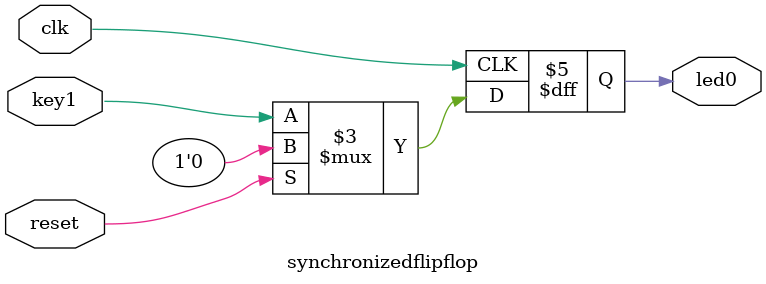
<source format=v>
module synchronizedflipflop(
input wire clk,
input wire reset,
input wire key1,
output reg led0
);
always @(posedge clk)begin
if (reset)
led0<=0;
else
led0<=key1;
end
endmodule

</source>
